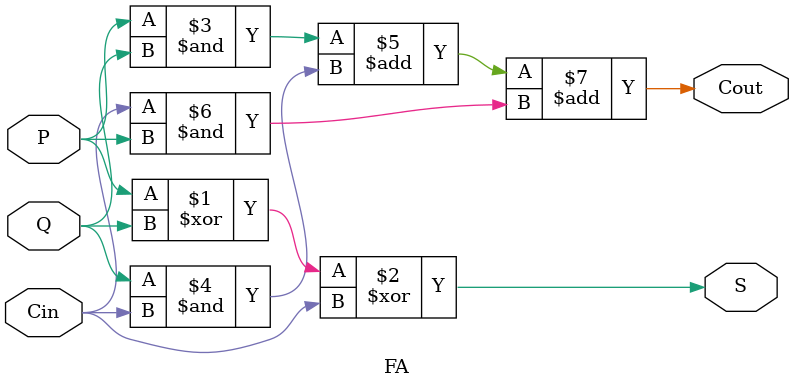
<source format=v>
module RCA #(parameter N=6) (output Cout ,output [N-1:0] Sum ,input [N-1:0]
P,Q, input Cin) ;
 wire [N:0] C ;
 assign C[0] = Cin ;
 genvar i ;
 generate for (i=0;i<N;i=i+1)
 begin : RCA_loop
 FA F(Sum[i],C[i+1],P[i],Q[i],C[i]);
 end
 endgenerate
 assign Cout = C[N] ;
endmodule
module FA(S,Cout,P,Q,Cin) ;
 input P,Q,Cin ;
 output S , Cout ;
 assign S = P^Q^Cin ;
 assign Cout = (P&Q)+(Q&Cin)+(Cin&P) ;
endmodule

</source>
